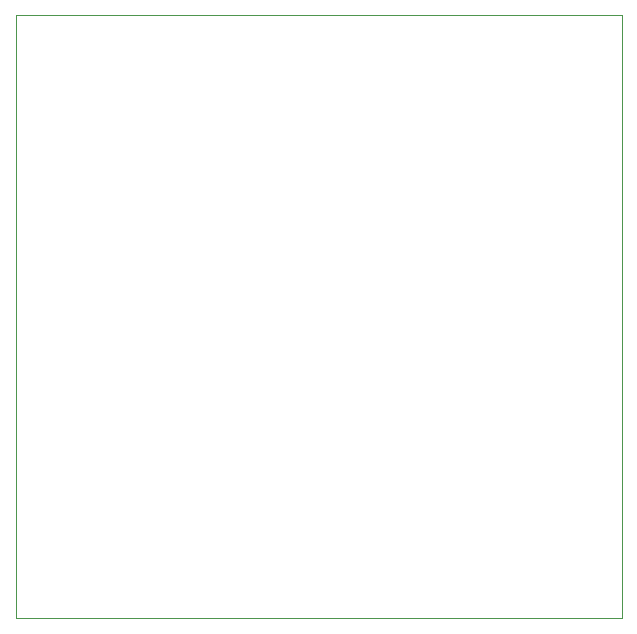
<source format=gbr>
%TF.GenerationSoftware,KiCad,Pcbnew,(5.99.0-10520-g1b9a8564af)*%
%TF.CreationDate,2021-07-21T11:31:00-07:00*%
%TF.ProjectId,cfc_emulator,6366635f-656d-4756-9c61-746f722e6b69,rev?*%
%TF.SameCoordinates,Original*%
%TF.FileFunction,Profile,NP*%
%FSLAX46Y46*%
G04 Gerber Fmt 4.6, Leading zero omitted, Abs format (unit mm)*
G04 Created by KiCad (PCBNEW (5.99.0-10520-g1b9a8564af)) date 2021-07-21 11:31:00*
%MOMM*%
%LPD*%
G01*
G04 APERTURE LIST*
%TA.AperFunction,Profile*%
%ADD10C,0.100000*%
%TD*%
G04 APERTURE END LIST*
D10*
X134493000Y-63881000D02*
X185801000Y-63881000D01*
X185801000Y-63881000D02*
X185801000Y-114935000D01*
X185801000Y-114935000D02*
X134493000Y-114935000D01*
X134493000Y-114935000D02*
X134493000Y-63881000D01*
M02*

</source>
